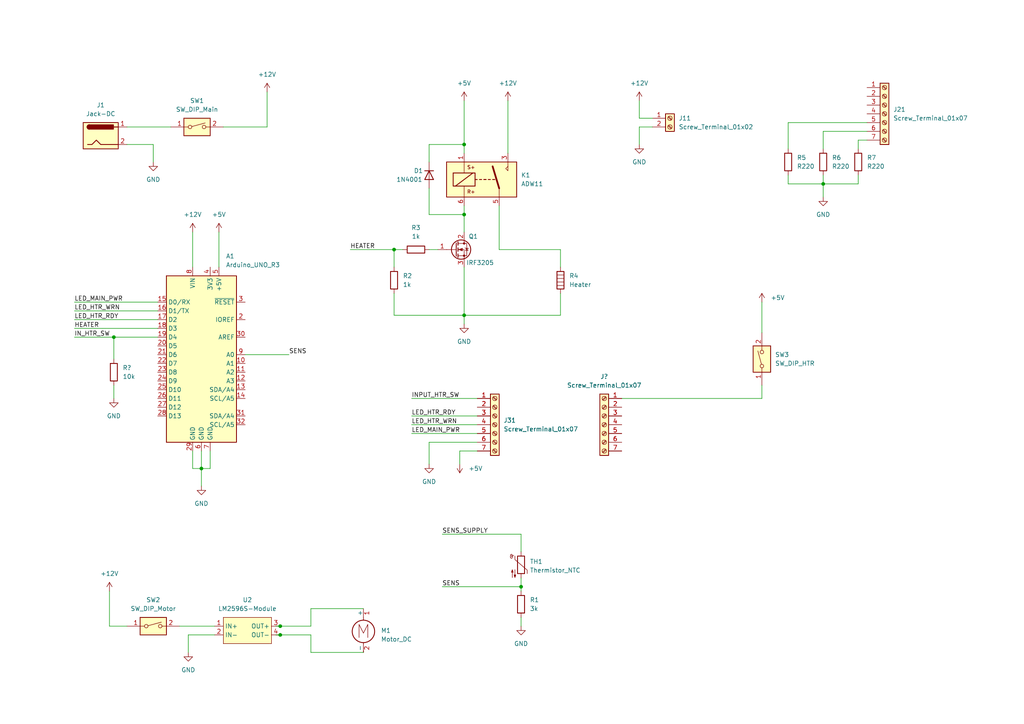
<source format=kicad_sch>
(kicad_sch (version 20211123) (generator eeschema)
  (paper "A4")
  (title_block (title "Tiltetcher V3") (date "2022-08-06") (rev "A"))
  (lib_symbols
    (symbol "Connector:Jack-DC" (pin_names (offset 1.016))
      (property "Reference" "J" (at 0 5.334 0))
      (property "Value" "Jack-DC" (at 0 -5.08 0))
      (symbol "Jack-DC_0_1"
        (rectangle (start -5.08 3.81) (end 5.08 -3.81) (stroke (width 0.254)) (fill (type background)))
        (arc (start -3.302 3.175) (mid -3.937 2.54) (end -3.302 1.905) (stroke (width 0.254)))
        (arc (start -3.302 3.175) (mid -3.937 2.54) (end -3.302 1.905) (stroke (width 0.254)) (fill (type outline)))
        (polyline (pts (xy 5.08 2.54) (xy 3.81 2.54)) (stroke (width 0.254)))
        (polyline (pts (xy -3.81 -2.54) (xy -2.54 -2.54) (xy -1.27 -1.27) (xy 0 -2.54) (xy 2.54 -2.54) (xy 5.08 -2.54)) (stroke (width 0.254)))
        (rectangle (start 3.683 3.175) (end -3.302 1.905) (stroke (width 0.254)) (fill (type outline)))
      )
      (symbol "Jack-DC_1_1"
        (pin passive line (at 7.62 2.54 180) (length 2.54) (name "~") (number "1"))
        (pin passive line (at 7.62 -2.54 180) (length 2.54) (name "~") (number "2"))
      )
    )
    (symbol "Connector:Screw_Terminal_01x02" (pin_names (offset 1.016) hide)
      (property "Reference" "J" (at 0 2.54 0))
      (property "Value" "Screw_Terminal_01x02" (at 0 -5.08 0))
      (symbol "Screw_Terminal_01x02_1_1"
        (rectangle (start -1.27 1.27) (end 1.27 -3.81) (stroke (width 0.254)) (fill (type background)))
        (circle (center 0 -2.54) (radius 0.635) (stroke (width 0.1524)))
        (polyline (pts (xy -0.5334 -2.2098) (xy 0.3302 -3.048)) (stroke (width 0.1524)))
        (polyline (pts (xy -0.5334 0.3302) (xy 0.3302 -0.508)) (stroke (width 0.1524)))
        (polyline (pts (xy -0.3556 -2.032) (xy 0.508 -2.8702)) (stroke (width 0.1524)))
        (polyline (pts (xy -0.3556 0.508) (xy 0.508 -0.3302)) (stroke (width 0.1524)))
        (circle (center 0 0) (radius 0.635) (stroke (width 0.1524)))
        (pin passive line (at -5.08 0 0) (length 3.81) (name "Pin_1") (number "1"))
        (pin passive line (at -5.08 -2.54 0) (length 3.81) (name "Pin_2") (number "2"))
      )
    )
    (symbol "Connector:Screw_Terminal_01x07" (pin_names (offset 1.016) hide)
      (property "Reference" "J" (at 0 10.16 0))
      (property "Value" "Screw_Terminal_01x07" (at 0 -10.16 0))
      (symbol "Screw_Terminal_01x07_1_1"
        (rectangle (start -1.27 8.89) (end 1.27 -8.89) (stroke (width 0.254)) (fill (type background)))
        (circle (center 0 -7.62) (radius 0.635) (stroke (width 0.1524)))
        (circle (center 0 -5.08) (radius 0.635) (stroke (width 0.1524)))
        (circle (center 0 -2.54) (radius 0.635) (stroke (width 0.1524)))
        (polyline (pts (xy -0.5334 -7.2898) (xy 0.3302 -8.128)) (stroke (width 0.1524)))
        (polyline (pts (xy -0.5334 -4.7498) (xy 0.3302 -5.588)) (stroke (width 0.1524)))
        (polyline (pts (xy -0.5334 -2.2098) (xy 0.3302 -3.048)) (stroke (width 0.1524)))
        (polyline (pts (xy -0.5334 0.3302) (xy 0.3302 -0.508)) (stroke (width 0.1524)))
        (polyline (pts (xy -0.5334 2.8702) (xy 0.3302 2.032)) (stroke (width 0.1524)))
        (polyline (pts (xy -0.5334 5.4102) (xy 0.3302 4.572)) (stroke (width 0.1524)))
        (polyline (pts (xy -0.5334 7.9502) (xy 0.3302 7.112)) (stroke (width 0.1524)))
        (polyline (pts (xy -0.3556 -7.112) (xy 0.508 -7.9502)) (stroke (width 0.1524)))
        (polyline (pts (xy -0.3556 -4.572) (xy 0.508 -5.4102)) (stroke (width 0.1524)))
        (polyline (pts (xy -0.3556 -2.032) (xy 0.508 -2.8702)) (stroke (width 0.1524)))
        (polyline (pts (xy -0.3556 0.508) (xy 0.508 -0.3302)) (stroke (width 0.1524)))
        (polyline (pts (xy -0.3556 3.048) (xy 0.508 2.2098)) (stroke (width 0.1524)))
        (polyline (pts (xy -0.3556 5.588) (xy 0.508 4.7498)) (stroke (width 0.1524)))
        (polyline (pts (xy -0.3556 8.128) (xy 0.508 7.2898)) (stroke (width 0.1524)))
        (circle (center 0 0) (radius 0.635) (stroke (width 0.1524)))
        (circle (center 0 2.54) (radius 0.635) (stroke (width 0.1524)))
        (circle (center 0 5.08) (radius 0.635) (stroke (width 0.1524)))
        (circle (center 0 7.62) (radius 0.635) (stroke (width 0.1524)))
        (pin passive line (at -5.08 7.62 0) (length 3.81) (name "Pin_1") (number "1"))
        (pin passive line (at -5.08 5.08 0) (length 3.81) (name "Pin_2") (number "2"))
        (pin passive line (at -5.08 2.54 0) (length 3.81) (name "Pin_3") (number "3"))
        (pin passive line (at -5.08 0 0) (length 3.81) (name "Pin_4") (number "4"))
        (pin passive line (at -5.08 -2.54 0) (length 3.81) (name "Pin_5") (number "5"))
        (pin passive line (at -5.08 -5.08 0) (length 3.81) (name "Pin_6") (number "6"))
        (pin passive line (at -5.08 -7.62 0) (length 3.81) (name "Pin_7") (number "7"))
      )
    )
    (symbol "Device:Heater" (pin_numbers hide) (pin_names (offset 0))
      (property "Reference" "R" (at 2.032 0 90))
      (property "Value" "Heater" (at -2.032 0 90))
      (symbol "Heater_0_1"
        (rectangle (start -1.016 -2.54) (end 1.016 2.54) (stroke (width 0.254)))
        (polyline (pts (xy -1.016 1.524) (xy 1.016 1.524)))
        (polyline (pts (xy 1.016 -1.524) (xy -1.016 -1.524)))
        (polyline (pts (xy 1.016 -0.508) (xy -1.016 -0.508)))
        (polyline (pts (xy 1.016 0.508) (xy -1.016 0.508)))
      )
      (symbol "Heater_1_1"
        (pin passive line (at 0 3.81 270) (length 1.27) (name "~") (number "1"))
        (pin passive line (at 0 -3.81 90) (length 1.27) (name "~") (number "2"))
      )
    )
    (symbol "Device:R" (pin_numbers hide) (pin_names (offset 0))
      (property "Reference" "R" (at 2.032 0 90))
      (property "Value" "R" (at 0 0 90))
      (symbol "R_0_1"
        (rectangle (start -1.016 -2.54) (end 1.016 2.54) (stroke (width 0.254)))
      )
      (symbol "R_1_1"
        (pin passive line (at 0 3.81 270) (length 1.27) (name "~") (number "1"))
        (pin passive line (at 0 -3.81 90) (length 1.27) (name "~") (number "2"))
      )
    )
    (symbol "Device:Thermistor_NTC" (pin_numbers hide) (pin_names (offset 0))
      (property "Reference" "TH" (at -4.445 0 90))
      (property "Value" "Thermistor_NTC" (at 3.175 0 90))
      (symbol "Thermistor_NTC_0_1"
        (arc (start -3.048 2.159) (mid -3.0495 2.3143) (end -3.175 2.413))
        (arc (start -3.048 2.159) (mid -2.9736 1.9794) (end -2.794 1.905))
        (arc (start -3.048 2.794) (mid -2.9736 2.6144) (end -2.794 2.54))
        (arc (start -2.794 1.905) (mid -2.6144 1.9794) (end -2.54 2.159))
        (arc (start -2.794 2.54) (mid -2.4393 2.5587) (end -2.159 2.794))
        (arc (start -2.794 3.048) (mid -2.9736 2.9736) (end -3.048 2.794))
        (arc (start -2.54 2.794) (mid -2.6144 2.9736) (end -2.794 3.048))
        (rectangle (start -1.016 2.54) (end 1.016 -2.54) (stroke (width 0.254)))
        (polyline (pts (xy -2.54 2.159) (xy -2.54 2.794)))
        (polyline (pts (xy -1.778 2.54) (xy -1.778 1.524) (xy 1.778 -1.524) (xy 1.778 -2.54)))
        (polyline (pts (xy -2.54 -3.683) (xy -2.54 -1.397) (xy -2.794 -2.159) (xy -2.286 -2.159) (xy -2.54 -1.397) (xy -2.54 -1.651)) (fill (type outline)))
        (polyline (pts (xy -1.778 -1.397) (xy -1.778 -3.683) (xy -2.032 -2.921) (xy -1.524 -2.921) (xy -1.778 -3.683) (xy -1.778 -3.429)) (fill (type outline)))
      )
      (symbol "Thermistor_NTC_1_1"
        (pin passive line (at 0 3.81 270) (length 1.27) (name "~") (number "1"))
        (pin passive line (at 0 -3.81 90) (length 1.27) (name "~") (number "2"))
      )
    )
    (symbol "Diode:1N4001" (pin_numbers hide) (pin_names (offset 1.016) hide)
      (property "Reference" "D" (at 0 2.54 0))
      (property "Value" "1N4001" (at 0 -2.54 0))
      (symbol "1N4001_0_1"
        (polyline (pts (xy -1.27 1.27) (xy -1.27 -1.27)) (stroke (width 0.254)))
        (polyline (pts (xy 1.27 0) (xy -1.27 0)))
        (polyline (pts (xy 1.27 1.27) (xy 1.27 -1.27) (xy -1.27 0) (xy 1.27 1.27)) (stroke (width 0.254)))
      )
      (symbol "1N4001_1_1"
        (pin passive line (at -3.81 0 0) (length 2.54) (name "K") (number "1"))
        (pin passive line (at 3.81 0 180) (length 2.54) (name "A") (number "2"))
      )
    )
    (symbol "MCU_Module:Arduino_UNO_R3"
      (property "Reference" "A" (at -10.16 23.495 0))
      (property "Value" "Arduino_UNO_R3" (at 5.08 -26.67 0))
      (symbol "Arduino_UNO_R3_0_1"
        (rectangle (start -10.16 22.86) (end 10.16 -25.4) (stroke (width 0.254)) (fill (type background)))
      )
      (symbol "Arduino_UNO_R3_1_1"
        (pin no_connect line (at -10.16 -20.32 0) (length 2.54) hide (name "NC") (number "1"))
        (pin bidirectional line (at 12.7 -2.54 180) (length 2.54) (name "A1") (number "10"))
        (pin bidirectional line (at 12.7 -5.08 180) (length 2.54) (name "A2") (number "11"))
        (pin bidirectional line (at 12.7 -7.62 180) (length 2.54) (name "A3") (number "12"))
        (pin bidirectional line (at 12.7 -10.16 180) (length 2.54) (name "SDA/A4") (number "13"))
        (pin bidirectional line (at 12.7 -12.7 180) (length 2.54) (name "SCL/A5") (number "14"))
        (pin bidirectional line (at -12.7 15.24 0) (length 2.54) (name "D0/RX") (number "15"))
        (pin bidirectional line (at -12.7 12.7 0) (length 2.54) (name "D1/TX") (number "16"))
        (pin bidirectional line (at -12.7 10.16 0) (length 2.54) (name "D2") (number "17"))
        (pin bidirectional line (at -12.7 7.62 0) (length 2.54) (name "D3") (number "18"))
        (pin bidirectional line (at -12.7 5.08 0) (length 2.54) (name "D4") (number "19"))
        (pin output line (at 12.7 10.16 180) (length 2.54) (name "IOREF") (number "2"))
        (pin bidirectional line (at -12.7 2.54 0) (length 2.54) (name "D5") (number "20"))
        (pin bidirectional line (at -12.7 0 0) (length 2.54) (name "D6") (number "21"))
        (pin bidirectional line (at -12.7 -2.54 0) (length 2.54) (name "D7") (number "22"))
        (pin bidirectional line (at -12.7 -5.08 0) (length 2.54) (name "D8") (number "23"))
        (pin bidirectional line (at -12.7 -7.62 0) (length 2.54) (name "D9") (number "24"))
        (pin bidirectional line (at -12.7 -10.16 0) (length 2.54) (name "D10") (number "25"))
        (pin bidirectional line (at -12.7 -12.7 0) (length 2.54) (name "D11") (number "26"))
        (pin bidirectional line (at -12.7 -15.24 0) (length 2.54) (name "D12") (number "27"))
        (pin bidirectional line (at -12.7 -17.78 0) (length 2.54) (name "D13") (number "28"))
        (pin power_in line (at -2.54 -27.94 90) (length 2.54) (name "GND") (number "29"))
        (pin input line (at 12.7 15.24 180) (length 2.54) (name "~{RESET}") (number "3"))
        (pin input line (at 12.7 5.08 180) (length 2.54) (name "AREF") (number "30"))
        (pin bidirectional line (at 12.7 -17.78 180) (length 2.54) (name "SDA/A4") (number "31"))
        (pin bidirectional line (at 12.7 -20.32 180) (length 2.54) (name "SCL/A5") (number "32"))
        (pin power_out line (at 2.54 25.4 270) (length 2.54) (name "3V3") (number "4"))
        (pin power_out line (at 5.08 25.4 270) (length 2.54) (name "+5V") (number "5"))
        (pin power_in line (at 0 -27.94 90) (length 2.54) (name "GND") (number "6"))
        (pin power_in line (at 2.54 -27.94 90) (length 2.54) (name "GND") (number "7"))
        (pin power_in line (at -2.54 25.4 270) (length 2.54) (name "VIN") (number "8"))
        (pin bidirectional line (at 12.7 0 180) (length 2.54) (name "A0") (number "9"))
      )
    )
    (symbol "Motor:Motor_DC" (pin_names (offset 0))
      (property "Reference" "M" (at 2.54 2.54 0))
      (property "Value" "Motor_DC" (at 2.54 -5.08 0))
      (symbol "Motor_DC_0_0"
        (polyline (pts (xy -1.27 -3.302) (xy -1.27 0.508) (xy 0 -2.032) (xy 1.27 0.508) (xy 1.27 -3.302)))
      )
      (symbol "Motor_DC_0_1"
        (circle (center 0 -1.524) (radius 3.2512) (stroke (width 0.254)))
        (polyline (pts (xy 0 -7.62) (xy 0 -7.112)))
        (polyline (pts (xy 0 -4.7752) (xy 0 -5.1816)))
        (polyline (pts (xy 0 1.7272) (xy 0 2.0828)))
        (polyline (pts (xy 0 2.032) (xy 0 2.54)))
      )
      (symbol "Motor_DC_1_1"
        (pin passive line (at 0 5.08 270) (length 2.54) (name "+") (number "1"))
        (pin passive line (at 0 -7.62 90) (length 2.54) (name "-") (number "2"))
      )
    )
    (symbol "Regulator_Switching:LM2596S-Module"
      (property "Reference" "U" (at -5.715 7.62 0))
      (property "Value" "LM2596S-Module" (at 1.905 5.715 0))
      (symbol "LM2596S-Module_0_1"
        (rectangle (start -6.985 3.81) (end 6.985 -3.81) (fill (type background)))
      )
      (symbol "LM2596S-Module_1_1"
        (pin power_in line (at -9.525 1.27 0) (length 2.54) (name "IN+") (number "1"))
        (pin power_in line (at -9.525 -1.27 0) (length 2.54) (name "IN-") (number "2"))
        (pin power_out line (at 9.525 1.27 180) (length 2.54) (name "OUT+") (number "3"))
        (pin power_out line (at 9.525 -1.27 180) (length 2.54) (name "OUT-") (number "4"))
      )
    )
    (symbol "Relay:ADW11"
      (property "Reference" "K" (at 11.43 3.81 0))
      (property "Value" "ADW11" (at 13.97 1.27 0))
      (symbol "ADW11_1_1"
        (rectangle (start -10.16 5.08) (end 10.16 -5.08) (stroke (width 0.254)) (fill (type background)))
        (rectangle (start -8.255 1.905) (end -1.905 -1.905) (stroke (width 0.254)))
        (polyline (pts (xy -7.62 -1.905) (xy -2.54 1.905)) (stroke (width 0.254)))
        (polyline (pts (xy -5.08 -5.08) (xy -5.08 -1.905)))
        (polyline (pts (xy -5.08 5.08) (xy -5.08 1.905)))
        (polyline (pts (xy -1.905 0) (xy -1.27 0)) (stroke (width 0.254)))
        (polyline (pts (xy -0.635 0) (xy 0 0)) (stroke (width 0.254)))
        (polyline (pts (xy 0.635 0) (xy 1.27 0)) (stroke (width 0.254)))
        (polyline (pts (xy 0.635 0) (xy 1.27 0)) (stroke (width 0.254)))
        (polyline (pts (xy 1.905 0) (xy 2.54 0)) (stroke (width 0.254)))
        (polyline (pts (xy 3.175 0) (xy 3.81 0)) (stroke (width 0.254)))
        (polyline (pts (xy 5.08 -2.54) (xy 3.175 3.81)) (stroke (width 0.508)))
        (polyline (pts (xy 5.08 -2.54) (xy 5.08 -5.08)))
        (polyline (pts (xy 7.62 3.81) (xy 7.62 5.08)))
        (polyline (pts (xy 7.62 3.81) (xy 7.62 2.54) (xy 6.985 3.175) (xy 7.62 3.81)))
        (text "R+" (at -3.048 -3.556 0) (effects (font (size 1.016 1.016))))
        (text "S+" (at -3.048 3.556 0) (effects (font (size 1.016 1.016))))
        (pin passive line (at -5.08 7.62 270) (length 2.54) (name "~") (number "1"))
        (pin passive line (at 7.62 7.62 270) (length 2.54) (name "~") (number "3"))
        (pin passive line (at 5.08 -7.62 90) (length 2.54) (name "~") (number "5"))
        (pin passive line (at -5.08 -7.62 90) (length 2.54) (name "~") (number "6"))
      )
    )
    (symbol "Switch:SW_DIP_x01" (pin_names (offset 0) hide)
      (property "Reference" "SW" (at 0 3.81 0))
      (property "Value" "SW_DIP_x01" (at 0 -3.81 0))
      (symbol "SW_DIP_x01_0_0"
        (circle (center -2.032 0) (radius 0.508))
        (polyline (pts (xy -1.524 0.127) (xy 2.3622 1.1684)))
        (circle (center 2.032 0) (radius 0.508))
      )
      (symbol "SW_DIP_x01_0_1"
        (rectangle (start -3.81 2.54) (end 3.81 -2.54) (stroke (width 0.254)) (fill (type background)))
      )
      (symbol "SW_DIP_x01_1_1"
        (pin passive line (at -7.62 0 0) (length 5.08) (name "~") (number "1"))
        (pin passive line (at 7.62 0 180) (length 5.08) (name "~") (number "2"))
      )
    )
    (symbol "Transistor_FET:IRF3205" (pin_names hide)
      (property "Reference" "Q" (at 6.35 1.905 0))
      (property "Value" "IRF3205" (at 6.35 0 0))
      (symbol "IRF3205_0_1"
        (polyline (pts (xy 0.254 0) (xy -2.54 0)))
        (polyline (pts (xy 0.254 1.905) (xy 0.254 -1.905)) (stroke (width 0.254)))
        (polyline (pts (xy 0.762 -1.27) (xy 0.762 -2.286)) (stroke (width 0.254)))
        (polyline (pts (xy 0.762 0.508) (xy 0.762 -0.508)) (stroke (width 0.254)))
        (polyline (pts (xy 0.762 2.286) (xy 0.762 1.27)) (stroke (width 0.254)))
        (polyline (pts (xy 2.54 2.54) (xy 2.54 1.778)))
        (polyline (pts (xy 2.54 -2.54) (xy 2.54 0) (xy 0.762 0)))
        (polyline (pts (xy 0.762 -1.778) (xy 3.302 -1.778) (xy 3.302 1.778) (xy 0.762 1.778)))
        (polyline (pts (xy 1.016 0) (xy 2.032 0.381) (xy 2.032 -0.381) (xy 1.016 0)) (fill (type outline)))
        (polyline (pts (xy 2.794 0.508) (xy 2.921 0.381) (xy 3.683 0.381) (xy 3.81 0.254)))
        (polyline (pts (xy 3.302 0.381) (xy 2.921 -0.254) (xy 3.683 -0.254) (xy 3.302 0.381)))
        (circle (center 1.651 0) (radius 2.794) (stroke (width 0.254)))
        (circle (center 2.54 -1.778) (radius 0.254) (fill (type outline)))
        (circle (center 2.54 1.778) (radius 0.254) (fill (type outline)))
      )
      (symbol "IRF3205_1_1"
        (pin input line (at -5.08 0 0) (length 2.54) (name "G") (number "1"))
        (pin passive line (at 2.54 5.08 270) (length 2.54) (name "D") (number "2"))
        (pin passive line (at 2.54 -5.08 90) (length 2.54) (name "S") (number "3"))
      )
    )
    (symbol "power:+12V" (power) (pin_names (offset 0))
      (property "Value" "+12V" (at 0 3.556 0))
      (symbol "+12V_0_1"
        (polyline (pts (xy -0.762 1.27) (xy 0 2.54)))
        (polyline (pts (xy 0 0) (xy 0 2.54)))
        (polyline (pts (xy 0 2.54) (xy 0.762 1.27)))
      )
      (symbol "+12V_1_1"
        (pin power_in line (at 0 0 90) (length 0) hide (name "+12V") (number "1"))
      )
    )
    (symbol "power:+5V" (power) (pin_names (offset 0))
      (property "Value" "+5V" (at 0 3.556 0))
      (symbol "+5V_0_1"
        (polyline (pts (xy -0.762 1.27) (xy 0 2.54)))
        (polyline (pts (xy 0 0) (xy 0 2.54)))
        (polyline (pts (xy 0 2.54) (xy 0.762 1.27)))
      )
      (symbol "+5V_1_1"
        (pin power_in line (at 0 0 90) (length 0) hide (name "+5V") (number "1"))
      )
    )
    (symbol "power:GND" (power) (pin_names (offset 0))
      (property "Value" "GND" (at 0 -3.81 0))
      (symbol "GND_0_1"
        (polyline (pts (xy 0 0) (xy 0 -1.27) (xy 1.27 -1.27) (xy 0 -2.54) (xy -1.27 -1.27) (xy 0 -1.27)))
      )
      (symbol "GND_1_1"
        (pin power_in line (at 0 0 270) (length 0) hide (name "GND") (number "1"))
      )
    )
  )
  (junction (at 114.3 72.39))
  (junction (at 238.76 53.34))
  (junction (at 134.62 91.44))
  (junction (at 134.62 41.91))
  (junction (at 151.13 170.18))
  (junction (at 81.28 184.15))
  (junction (at 81.28 181.61))
  (junction (at 134.62 62.23))
  (junction (at 33.02 97.79))
  (junction (at 58.42 135.89))
  (wire (pts (xy 144.78 72.39) (xy 162.56 72.39)))
  (wire (pts (xy 134.62 41.91) (xy 124.46 41.91)))
  (wire (pts (xy 21.59 90.17) (xy 45.72 90.17)))
  (wire (pts (xy 228.6 35.56) (xy 228.6 43.18)))
  (wire (pts (xy 134.62 29.21) (xy 134.62 41.91)))
  (wire (pts (xy 124.46 128.27) (xy 138.43 128.27)))
  (wire (pts (xy 114.3 85.09) (xy 114.3 91.44)))
  (wire (pts (xy 90.17 189.23) (xy 90.17 184.15)))
  (wire (pts (xy 134.62 62.23) (xy 124.46 62.23)))
  (wire (pts (xy 114.3 72.39) (xy 114.3 77.47)))
  (wire (pts (xy 21.59 95.25) (xy 45.72 95.25)))
  (wire (pts (xy 138.43 130.81) (xy 133.35 130.81)))
  (wire (pts (xy 105.41 189.23) (xy 90.17 189.23)))
  (wire (pts (xy 31.75 181.61) (xy 36.83 181.61)))
  (wire (pts (xy 33.02 97.79) (xy 33.02 104.14)))
  (wire (pts (xy 162.56 85.09) (xy 162.56 91.44)))
  (wire (pts (xy 55.88 67.31) (xy 55.88 77.47)))
  (wire (pts (xy 54.61 184.15) (xy 54.61 189.23)))
  (wire (pts (xy 60.96 135.89) (xy 58.42 135.89)))
  (wire (pts (xy 55.88 130.81) (xy 55.88 135.89)))
  (wire (pts (xy 220.98 111.76) (xy 220.98 115.57)))
  (wire (pts (xy 81.28 184.15) (xy 90.17 184.15)))
  (wire (pts (xy 134.62 59.69) (xy 134.62 62.23)))
  (wire (pts (xy 63.5 67.31) (xy 63.5 77.47)))
  (wire (pts (xy 119.38 120.65) (xy 138.43 120.65)))
  (wire (pts (xy 36.83 41.91) (xy 44.45 41.91)))
  (wire (pts (xy 81.28 181.61) (xy 90.17 181.61)))
  (wire (pts (xy 80.01 181.61) (xy 81.28 181.61)))
  (wire (pts (xy 251.46 40.64) (xy 248.92 40.64)))
  (wire (pts (xy 185.42 34.29) (xy 185.42 29.21)))
  (wire (pts (xy 128.27 154.94) (xy 151.13 154.94)))
  (wire (pts (xy 124.46 41.91) (xy 124.46 46.99)))
  (wire (pts (xy 31.75 171.45) (xy 31.75 181.61)))
  (wire (pts (xy 44.45 41.91) (xy 44.45 46.99)))
  (wire (pts (xy 238.76 53.34) (xy 238.76 57.15)))
  (wire (pts (xy 248.92 53.34) (xy 238.76 53.34)))
  (wire (pts (xy 134.62 91.44) (xy 134.62 93.98)))
  (wire (pts (xy 71.12 102.87) (xy 83.82 102.87)))
  (wire (pts (xy 21.59 87.63) (xy 45.72 87.63)))
  (wire (pts (xy 114.3 91.44) (xy 134.62 91.44)))
  (wire (pts (xy 248.92 50.8) (xy 248.92 53.34)))
  (wire (pts (xy 151.13 160.02) (xy 151.13 154.94)))
  (wire (pts (xy 151.13 167.64) (xy 151.13 170.18)))
  (wire (pts (xy 124.46 128.27) (xy 124.46 134.62)))
  (wire (pts (xy 101.6 72.39) (xy 114.3 72.39)))
  (wire (pts (xy 77.47 36.83) (xy 77.47 26.67)))
  (wire (pts (xy 220.98 115.57) (xy 180.34 115.57)))
  (wire (pts (xy 124.46 62.23) (xy 124.46 54.61)))
  (wire (pts (xy 220.98 87.63) (xy 220.98 96.52)))
  (wire (pts (xy 119.38 115.57) (xy 138.43 115.57)))
  (wire (pts (xy 162.56 91.44) (xy 134.62 91.44)))
  (wire (pts (xy 33.02 97.79) (xy 45.72 97.79)))
  (wire (pts (xy 64.77 36.83) (xy 77.47 36.83)))
  (wire (pts (xy 189.23 34.29) (xy 185.42 34.29)))
  (wire (pts (xy 228.6 50.8) (xy 228.6 53.34)))
  (wire (pts (xy 238.76 50.8) (xy 238.76 53.34)))
  (wire (pts (xy 52.07 181.61) (xy 62.23 181.61)))
  (wire (pts (xy 55.88 135.89) (xy 58.42 135.89)))
  (wire (pts (xy 185.42 36.83) (xy 185.42 41.91)))
  (wire (pts (xy 60.96 130.81) (xy 60.96 135.89)))
  (wire (pts (xy 58.42 135.89) (xy 58.42 140.97)))
  (wire (pts (xy 90.17 176.53) (xy 105.41 176.53)))
  (wire (pts (xy 36.83 36.83) (xy 49.53 36.83)))
  (wire (pts (xy 116.84 72.39) (xy 114.3 72.39)))
  (wire (pts (xy 124.46 72.39) (xy 127 72.39)))
  (wire (pts (xy 134.62 41.91) (xy 134.62 44.45)))
  (wire (pts (xy 144.78 59.69) (xy 144.78 72.39)))
  (wire (pts (xy 58.42 135.89) (xy 58.42 130.81)))
  (wire (pts (xy 133.35 130.81) (xy 133.35 134.62)))
  (wire (pts (xy 119.38 125.73) (xy 138.43 125.73)))
  (wire (pts (xy 251.46 35.56) (xy 228.6 35.56)))
  (wire (pts (xy 251.46 38.1) (xy 238.76 38.1)))
  (wire (pts (xy 162.56 72.39) (xy 162.56 77.47)))
  (wire (pts (xy 238.76 38.1) (xy 238.76 43.18)))
  (wire (pts (xy 134.62 62.23) (xy 134.62 67.31)))
  (wire (pts (xy 248.92 40.64) (xy 248.92 43.18)))
  (wire (pts (xy 90.17 181.61) (xy 90.17 176.53)))
  (wire (pts (xy 21.59 92.71) (xy 45.72 92.71)))
  (wire (pts (xy 119.38 123.19) (xy 138.43 123.19)))
  (wire (pts (xy 151.13 171.45) (xy 151.13 170.18)))
  (wire (pts (xy 147.32 29.21) (xy 147.32 44.45)))
  (wire (pts (xy 151.13 179.07) (xy 151.13 181.61)))
  (wire (pts (xy 189.23 36.83) (xy 185.42 36.83)))
  (wire (pts (xy 128.27 170.18) (xy 151.13 170.18)))
  (wire (pts (xy 33.02 111.76) (xy 33.02 115.57)))
  (wire (pts (xy 134.62 77.47) (xy 134.62 91.44)))
  (wire (pts (xy 62.23 184.15) (xy 54.61 184.15)))
  (wire (pts (xy 21.59 97.79) (xy 33.02 97.79)))
  (wire (pts (xy 228.6 53.34) (xy 238.76 53.34)))
  (wire (pts (xy 80.01 184.15) (xy 81.28 184.15)))
  (label "SENS_SUPPLY" (at 128.27 154.94 0))
  (label "LED_MAIN_PWR" (at 119.38 125.73 0))
  (label "SENS" (at 128.27 170.18 0))
  (label "HEATER" (at 21.59 95.25 0))
  (label "LED_HTR_WRN" (at 119.38 123.19 0))
  (label "INPUT_HTR_SW" (at 119.38 115.57 0))
  (label "LED_HTR_RDY" (at 119.38 120.65 0))
  (label "IN_HTR_SW" (at 21.59 97.79 0))
  (label "LED_MAIN_PWR" (at 21.59 87.63 0))
  (label "SENS" (at 83.82 102.87 0))
  (label "HEATER" (at 101.6 72.39 0))
  (label "LED_HTR_WRN" (at 21.59 90.17 0))
  (label "LED_HTR_RDY" (at 21.59 92.71 0))
  (symbol (lib_id "power:+5V") (at 133.35 134.62 180) (unit 1)
    (property "Reference" "#PWR0102" (effects hide))
    (property "Value" "+5V" (at 135.89 135.8899 0) (effects (justify right)))
  )
  (symbol (lib_id "Device:R") (at 248.92 46.99 180) (unit 1)
    (property "Reference" "R7" (at 251.46 45.7199 0) (effects (justify right)))
    (property "Value" "R220" (at 251.46 48.2599 0) (effects (justify right)))
    (property "Footprint" "Resistor_THT:R_Axial_DIN0207_L6.3mm_D2.5mm_P10.16mm_Horizontal" (effects hide))
  )
  (symbol (lib_id "Switch:SW_DIP_x01") (at 220.98 104.14 90) (unit 1)
    (property "Reference" "SW3" (at 224.79 102.8699 90) (effects (justify right)))
    (property "Value" "SW_DIP_HTR" (at 224.79 105.4099 90) (effects (justify right)))
  )
  (symbol (lib_id "power:+12V") (at 31.75 171.45 0) (unit 1)
    (property "Reference" "#PWR0105" (effects hide))
    (property "Value" "+12V" (at 31.75 166.37 0))
  )
  (symbol (lib_id "power:GND") (at 58.42 140.97 0) (unit 1)
    (property "Reference" "#PWR0104" (effects hide))
    (property "Value" "GND" (at 58.42 146.05 0))
  )
  (symbol (lib_id "Connector:Jack-DC") (at 29.21 39.37 0) (unit 1)
    (property "Reference" "J1" (at 29.21 30.48 0))
    (property "Value" "Jack-DC" (at 29.21 33.02 0))
  )
  (symbol (lib_id "power:+12V") (at 55.88 67.31 0) (unit 1)
    (property "Reference" "#PWR01" (effects hide))
    (property "Value" "+12V" (at 55.88 62.23 0))
  )
  (symbol (lib_id "power:GND") (at 185.42 41.91 0) (unit 1)
    (property "Reference" "#PWR0111" (effects hide))
    (property "Value" "GND" (at 185.42 46.99 0))
  )
  (symbol (lib_id "Switch:SW_DIP_x01") (at 44.45 181.61 0) (unit 1)
    (property "Reference" "SW2" (at 44.45 173.99 0))
    (property "Value" "SW_DIP_Motor" (at 44.45 176.53 0))
  )
  (symbol (lib_id "power:GND") (at 54.61 189.23 0) (unit 1)
    (property "Reference" "#PWR0101" (effects hide))
    (property "Value" "GND" (at 54.61 194.31 0))
  )
  (symbol (lib_id "power:GND") (at 151.13 181.61 0) (unit 1)
    (property "Reference" "#PWR0106" (effects hide))
    (property "Value" "GND" (at 151.13 186.69 0))
  )
  (symbol (lib_id "power:GND") (at 124.46 134.62 0) (unit 1)
    (property "Reference" "#PWR0109" (effects hide))
    (property "Value" "GND" (at 124.46 139.7 0))
  )
  (symbol (lib_id "Device:R") (at 228.6 46.99 180) (unit 1)
    (property "Reference" "R5" (at 231.14 45.7199 0) (effects (justify right)))
    (property "Value" "R220" (at 231.14 48.2599 0) (effects (justify right)))
    (property "Footprint" "Resistor_THT:R_Axial_DIN0207_L6.3mm_D2.5mm_P10.16mm_Horizontal" (effects hide))
  )
  (symbol (lib_id "Device:R") (at 33.02 107.95 180) (unit 1)
    (property "Reference" "R?" (at 35.56 106.6799 0) (effects (justify right)))
    (property "Value" "10k" (at 35.56 109.2199 0) (effects (justify right)))
    (property "Footprint" "Resistor_THT:R_Axial_DIN0207_L6.3mm_D2.5mm_P10.16mm_Horizontal" (effects hide))
  )
  (symbol (lib_id "power:+5V") (at 220.98 87.63 0) (unit 1)
    (property "Reference" "#PWR?" (effects hide))
    (property "Value" "+5V" (at 223.52 86.3599 0) (effects (justify left)))
  )
  (symbol (lib_id "power:+12V") (at 185.42 29.21 0) (unit 1)
    (property "Reference" "#PWR0110" (effects hide))
    (property "Value" "+12V" (at 185.42 24.13 0))
  )
  (symbol (lib_id "Connector:Screw_Terminal_01x07") (at 143.51 123.19 0) (unit 1)
    (property "Reference" "J31" (at 146.05 121.9199 0) (effects (justify left)))
    (property "Value" "Screw_Terminal_01x07" (at 146.05 124.4599 0) (effects (justify left)))
  )
  (symbol (lib_id "power:+5V") (at 63.5 67.31 0) (unit 1)
    (property "Reference" "#PWR0103" (effects hide))
    (property "Value" "+5V" (at 63.5 62.23 0))
  )
  (symbol (lib_id "Motor:Motor_DC") (at 105.41 181.61 0) (unit 1)
    (property "Reference" "M1" (at 110.49 182.8799 0) (effects (justify left)))
    (property "Value" "Motor_DC" (at 110.49 185.4199 0) (effects (justify left)))
  )
  (symbol (lib_id "Connector:Screw_Terminal_01x07") (at 256.54 33.02 0) (unit 1)
    (property "Reference" "J21" (at 259.08 31.7499 0) (effects (justify left)))
    (property "Value" "Screw_Terminal_01x07" (at 259.08 34.2899 0) (effects (justify left)))
  )
  (symbol (lib_id "Connector:Screw_Terminal_01x07") (at 175.26 123.19 0) (mirror y) (unit 1)
    (property "Reference" "J?" (at 175.26 109.22 0))
    (property "Value" "Screw_Terminal_01x07" (at 175.26 111.76 0))
  )
  (symbol (lib_id "power:+12V") (at 147.32 29.21 0) (unit 1)
    (property "Reference" "#PWR06" (effects hide))
    (property "Value" "+12V" (at 147.32 24.13 0))
  )
  (symbol (lib_id "Device:R") (at 238.76 46.99 180) (unit 1)
    (property "Reference" "R6" (at 241.3 45.7199 0) (effects (justify right)))
    (property "Value" "R220" (at 241.3 48.2599 0) (effects (justify right)))
    (property "Footprint" "Resistor_THT:R_Axial_DIN0207_L6.3mm_D2.5mm_P10.16mm_Horizontal" (effects hide))
  )
  (symbol (lib_id "Device:Heater") (at 162.56 81.28 0) (unit 1)
    (property "Reference" "R4" (at 165.1 80.0099 0) (effects (justify left)))
    (property "Value" "Heater" (at 165.1 82.5499 0) (effects (justify left)))
  )
  (symbol (lib_id "power:+12V") (at 77.47 26.67 0) (unit 1)
    (property "Reference" "#PWR0107" (effects hide))
    (property "Value" "+12V" (at 77.47 21.59 0))
  )
  (symbol (lib_id "Device:Thermistor_NTC") (at 151.13 163.83 0) (unit 1)
    (property "Reference" "TH1" (at 153.67 162.8774 0) (effects (justify left)))
    (property "Value" "Thermistor_NTC" (at 153.67 165.4174 0) (effects (justify left)))
  )
  (symbol (lib_id "power:+5V") (at 134.62 29.21 0) (unit 1)
    (property "Reference" "#PWR04" (effects hide))
    (property "Value" "+5V" (at 134.62 24.13 0))
  )
  (symbol (lib_id "power:GND") (at 238.76 57.15 0) (unit 1)
    (property "Reference" "#PWR0112" (effects hide))
    (property "Value" "GND" (at 238.76 62.23 0))
  )
  (symbol (lib_id "power:GND") (at 44.45 46.99 0) (unit 1)
    (property "Reference" "#PWR0108" (effects hide))
    (property "Value" "GND" (at 44.45 52.07 0))
  )
  (symbol (lib_id "Regulator_Switching:LM2596S-Module") (at 71.755 182.88 0) (unit 1)
    (property "Reference" "U2" (at 71.755 173.99 0))
    (property "Value" "LM2596S-Module" (at 71.755 176.53 0))
  )
  (symbol (lib_id "Connector:Screw_Terminal_01x02") (at 194.31 34.29 0) (unit 1)
    (property "Reference" "J11" (at 196.85 34.2899 0) (effects (justify left)))
    (property "Value" "Screw_Terminal_01x02" (at 196.85 36.8299 0) (effects (justify left)))
  )
  (symbol (lib_id "Device:R") (at 120.65 72.39 90) (unit 1)
    (property "Reference" "R3" (at 120.65 66.04 90))
    (property "Value" "1k" (at 120.65 68.58 90))
    (property "Footprint" "Resistor_THT:R_Axial_DIN0207_L6.3mm_D2.5mm_P10.16mm_Horizontal" (effects hide))
  )
  (symbol (lib_id "Diode:1N4001") (at 124.46 50.8 270) (unit 1)
    (property "Reference" "D1" (at 120.015 49.53 90) (effects (justify left)))
    (property "Value" "1N4001" (at 114.935 52.07 90) (effects (justify left)))
    (property "Footprint" "Diode_THT:D_DO-41_SOD81_P10.16mm_Horizontal" (effects hide))
    (property "Datasheet" "http://www.vishay.com/docs/88503/1n4001.pdf" (effects hide))
  )
  (symbol (lib_id "Device:R") (at 114.3 81.28 0) (unit 1)
    (property "Reference" "R2" (at 116.84 80.0099 0) (effects (justify left)))
    (property "Value" "1k" (at 116.84 82.5499 0) (effects (justify left)))
    (property "Footprint" "Resistor_THT:R_Axial_DIN0207_L6.3mm_D2.5mm_P10.16mm_Horizontal" (effects hide))
  )
  (symbol (lib_id "power:GND") (at 33.02 115.57 0) (unit 1)
    (property "Reference" "#PWR?" (effects hide))
    (property "Value" "GND" (at 33.02 120.65 0))
  )
  (symbol (lib_id "Device:R") (at 151.13 175.26 0) (unit 1)
    (property "Reference" "R1" (at 153.67 173.9899 0) (effects (justify left)))
    (property "Value" "3k" (at 153.67 176.5299 0) (effects (justify left)))
    (property "Footprint" "Resistor_THT:R_Axial_DIN0207_L6.3mm_D2.5mm_P10.16mm_Horizontal" (effects hide))
  )
  (symbol (lib_id "Relay:ADW11") (at 139.7 52.07 0) (unit 1)
    (property "Reference" "K1" (at 151.13 50.7999 0) (effects (justify left)))
    (property "Value" "ADW11" (at 151.13 53.3399 0) (effects (justify left)))
    (property "Datasheet" "https://www.panasonic-electric-works.com/pew/es/downloads/ds_dw_hl_en.pdf" (effects hide))
  )
  (symbol (lib_id "MCU_Module:Arduino_UNO_R3") (at 58.42 102.87 0) (unit 1)
    (property "Reference" "A1" (at 65.5194 74.295 0) (effects (justify left)))
    (property "Value" "Arduino_UNO_R3" (at 65.5194 76.835 0) (effects (justify left)))
    (property "Footprint" "Module:Arduino_UNO_R3" (effects hide))
    (property "Datasheet" "https://www.arduino.cc/en/Main/arduinoBoardUno" (effects hide))
  )
  (symbol (lib_id "Switch:SW_DIP_x01") (at 57.15 36.83 0) (unit 1)
    (property "Reference" "SW1" (at 57.15 29.21 0))
    (property "Value" "SW_DIP_Main" (at 57.15 31.75 0))
  )
  (symbol (lib_id "power:GND") (at 134.62 93.98 0) (unit 1)
    (property "Reference" "#PWR05" (effects hide))
    (property "Value" "GND" (at 134.62 99.06 0))
  )
  (symbol (lib_id "Transistor_FET:IRF3205") (at 132.08 72.39 0) (unit 1)
    (property "Reference" "Q1" (at 135.89 68.58 0) (effects (justify left)))
    (property "Value" "IRF3205" (at 135.255 76.2 0) (effects (justify left)))
    (property "Footprint" "Package_TO_SOT_THT:TO-220-3_Vertical" (effects hide))
    (property "Datasheet" "http://www.irf.com/product-info/datasheets/data/irf3205.pdf" (effects hide))
  )
)
</source>
